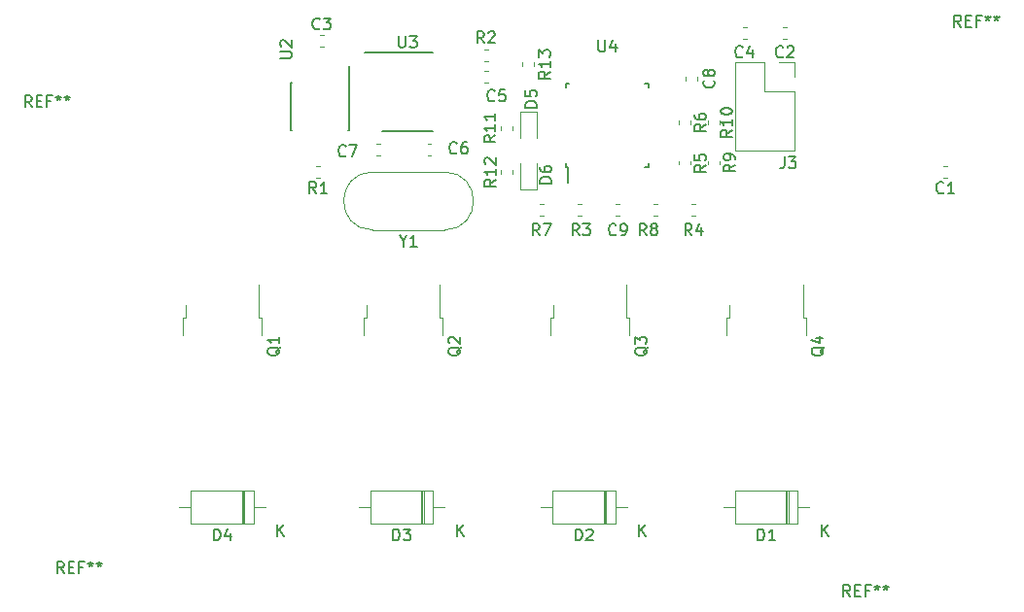
<source format=gbr>
G04 #@! TF.GenerationSoftware,KiCad,Pcbnew,(5.0.0)*
G04 #@! TF.CreationDate,2018-10-13T16:03:11-04:00*
G04 #@! TF.ProjectId,FanBoy,46616E426F792E6B696361645F706362,rev?*
G04 #@! TF.SameCoordinates,Original*
G04 #@! TF.FileFunction,Legend,Top*
G04 #@! TF.FilePolarity,Positive*
%FSLAX46Y46*%
G04 Gerber Fmt 4.6, Leading zero omitted, Abs format (unit mm)*
G04 Created by KiCad (PCBNEW (5.0.0)) date 10/13/18 16:03:11*
%MOMM*%
%LPD*%
G01*
G04 APERTURE LIST*
%ADD10C,0.150000*%
%ADD11C,0.120000*%
G04 APERTURE END LIST*
D10*
G04 #@! TO.C,U2*
X115224000Y-25992000D02*
X115174000Y-25992000D01*
X115224000Y-30142000D02*
X115079000Y-30142000D01*
X110074000Y-30142000D02*
X110219000Y-30142000D01*
X110074000Y-25992000D02*
X110219000Y-25992000D01*
X115224000Y-25992000D02*
X115224000Y-30142000D01*
X110074000Y-25992000D02*
X110074000Y-30142000D01*
X115174000Y-25992000D02*
X115174000Y-24592000D01*
G04 #@! TO.C,U4*
X134035001Y-33334999D02*
X134260001Y-33334999D01*
X134035001Y-26084999D02*
X134360001Y-26084999D01*
X141285001Y-26084999D02*
X140960001Y-26084999D01*
X141285001Y-33334999D02*
X140960001Y-33334999D01*
X134035001Y-33334999D02*
X134035001Y-33009999D01*
X141285001Y-33334999D02*
X141285001Y-33009999D01*
X141285001Y-26084999D02*
X141285001Y-26409999D01*
X134035001Y-26084999D02*
X134035001Y-26409999D01*
X134260001Y-33334999D02*
X134260001Y-34759999D01*
D11*
G04 #@! TO.C,J3*
X148784000Y-24197000D02*
X151384000Y-24197000D01*
X148784000Y-24197000D02*
X148784000Y-31937000D01*
X148784000Y-31937000D02*
X153984000Y-31937000D01*
X153984000Y-26797000D02*
X153984000Y-31937000D01*
X151384000Y-26797000D02*
X153984000Y-26797000D01*
X151384000Y-24197000D02*
X151384000Y-26797000D01*
X153984000Y-24197000D02*
X153984000Y-25527000D01*
X152654000Y-24197000D02*
X153984000Y-24197000D01*
G04 #@! TO.C,C1*
X167269279Y-34292000D02*
X166943721Y-34292000D01*
X167269279Y-33272000D02*
X166943721Y-33272000D01*
G04 #@! TO.C,C2*
X153299279Y-22227000D02*
X152973721Y-22227000D01*
X153299279Y-21207000D02*
X152973721Y-21207000D01*
G04 #@! TO.C,C3*
X112638721Y-21842000D02*
X112964279Y-21842000D01*
X112638721Y-22862000D02*
X112964279Y-22862000D01*
G04 #@! TO.C,C4*
X149468721Y-22227000D02*
X149794279Y-22227000D01*
X149468721Y-21207000D02*
X149794279Y-21207000D01*
G04 #@! TO.C,C5*
X126938721Y-26037000D02*
X127264279Y-26037000D01*
X126938721Y-25017000D02*
X127264279Y-25017000D01*
G04 #@! TO.C,C6*
X122011221Y-32387000D02*
X122336779Y-32387000D01*
X122011221Y-31367000D02*
X122336779Y-31367000D01*
G04 #@! TO.C,C7*
X117891779Y-32387000D02*
X117566221Y-32387000D01*
X117891779Y-31367000D02*
X117566221Y-31367000D01*
G04 #@! TO.C,C8*
X144524000Y-25842279D02*
X144524000Y-25516721D01*
X145544000Y-25842279D02*
X145544000Y-25516721D01*
G04 #@! TO.C,C9*
X138419721Y-37594000D02*
X138745279Y-37594000D01*
X138419721Y-36574000D02*
X138745279Y-36574000D01*
G04 #@! TO.C,D5*
X131545000Y-30797500D02*
X131545000Y-28512500D01*
X131545000Y-28512500D02*
X130075000Y-28512500D01*
X130075000Y-28512500D02*
X130075000Y-30797500D01*
G04 #@! TO.C,D6*
X131545000Y-35292500D02*
X131545000Y-33007500D01*
X130075000Y-35292500D02*
X131545000Y-35292500D01*
X130075000Y-33007500D02*
X130075000Y-35292500D01*
G04 #@! TO.C,R1*
X112659279Y-34292000D02*
X112333721Y-34292000D01*
X112659279Y-33272000D02*
X112333721Y-33272000D01*
G04 #@! TO.C,R2*
X127264279Y-24132000D02*
X126938721Y-24132000D01*
X127264279Y-23112000D02*
X126938721Y-23112000D01*
G04 #@! TO.C,R3*
X135443279Y-37594000D02*
X135117721Y-37594000D01*
X135443279Y-36574000D02*
X135117721Y-36574000D01*
G04 #@! TO.C,R4*
X145023721Y-37594000D02*
X145349279Y-37594000D01*
X145023721Y-36574000D02*
X145349279Y-36574000D01*
G04 #@! TO.C,R5*
X144909000Y-32831721D02*
X144909000Y-33157279D01*
X143889000Y-32831721D02*
X143889000Y-33157279D01*
G04 #@! TO.C,R6*
X144909000Y-29326721D02*
X144909000Y-29652279D01*
X143889000Y-29326721D02*
X143889000Y-29652279D01*
G04 #@! TO.C,R7*
X131764721Y-37594000D02*
X132090279Y-37594000D01*
X131764721Y-36574000D02*
X132090279Y-36574000D01*
G04 #@! TO.C,R8*
X141721721Y-36574000D02*
X142047279Y-36574000D01*
X141721721Y-37594000D02*
X142047279Y-37594000D01*
G04 #@! TO.C,R9*
X147449000Y-33157279D02*
X147449000Y-32831721D01*
X146429000Y-33157279D02*
X146429000Y-32831721D01*
G04 #@! TO.C,R10*
X147449000Y-29652279D02*
X147449000Y-29326721D01*
X146429000Y-29652279D02*
X146429000Y-29326721D01*
G04 #@! TO.C,R11*
X129415000Y-30160279D02*
X129415000Y-29834721D01*
X128395000Y-30160279D02*
X128395000Y-29834721D01*
G04 #@! TO.C,R12*
X129415000Y-33644721D02*
X129415000Y-33970279D01*
X128395000Y-33644721D02*
X128395000Y-33970279D01*
G04 #@! TO.C,R13*
X130300000Y-24246721D02*
X130300000Y-24572279D01*
X131320000Y-24246721D02*
X131320000Y-24572279D01*
D10*
G04 #@! TO.C,U3*
X118044000Y-30247000D02*
X122494000Y-30247000D01*
X116519000Y-23347000D02*
X122494000Y-23347000D01*
D11*
G04 #@! TO.C,Y1*
X123494000Y-38847000D02*
X117244000Y-38847000D01*
X123494000Y-33797000D02*
X117244000Y-33797000D01*
X123494000Y-33797000D02*
G75*
G02X123494000Y-38847000I0J-2525000D01*
G01*
X117244000Y-33797000D02*
G75*
G03X117244000Y-38847000I0J-2525000D01*
G01*
G04 #@! TO.C,Q1*
X107590000Y-47984000D02*
X107590000Y-46484000D01*
X107590000Y-46484000D02*
X107320000Y-46484000D01*
X107320000Y-46484000D02*
X107320000Y-43654000D01*
X100690000Y-47984000D02*
X100690000Y-46484000D01*
X100690000Y-46484000D02*
X100960000Y-46484000D01*
X100960000Y-46484000D02*
X100960000Y-45384000D01*
G04 #@! TO.C,Q2*
X116708000Y-46484000D02*
X116708000Y-45384000D01*
X116438000Y-46484000D02*
X116708000Y-46484000D01*
X116438000Y-47984000D02*
X116438000Y-46484000D01*
X123068000Y-46484000D02*
X123068000Y-43654000D01*
X123338000Y-46484000D02*
X123068000Y-46484000D01*
X123338000Y-47984000D02*
X123338000Y-46484000D01*
G04 #@! TO.C,Q3*
X139594000Y-47984000D02*
X139594000Y-46484000D01*
X139594000Y-46484000D02*
X139324000Y-46484000D01*
X139324000Y-46484000D02*
X139324000Y-43654000D01*
X132694000Y-47984000D02*
X132694000Y-46484000D01*
X132694000Y-46484000D02*
X132964000Y-46484000D01*
X132964000Y-46484000D02*
X132964000Y-45384000D01*
G04 #@! TO.C,Q4*
X148331000Y-46484000D02*
X148331000Y-45384000D01*
X148061000Y-46484000D02*
X148331000Y-46484000D01*
X148061000Y-47984000D02*
X148061000Y-46484000D01*
X154691000Y-46484000D02*
X154691000Y-43654000D01*
X154961000Y-46484000D02*
X154691000Y-46484000D01*
X154961000Y-47984000D02*
X154961000Y-46484000D01*
G04 #@! TO.C,D1*
X154231000Y-64462000D02*
X154231000Y-61522000D01*
X154231000Y-61522000D02*
X148791000Y-61522000D01*
X148791000Y-61522000D02*
X148791000Y-64462000D01*
X148791000Y-64462000D02*
X154231000Y-64462000D01*
X155251000Y-62992000D02*
X154231000Y-62992000D01*
X147771000Y-62992000D02*
X148791000Y-62992000D01*
X153331000Y-64462000D02*
X153331000Y-61522000D01*
X153211000Y-64462000D02*
X153211000Y-61522000D01*
X153451000Y-64462000D02*
X153451000Y-61522000D01*
G04 #@! TO.C,D2*
X137576000Y-64462000D02*
X137576000Y-61522000D01*
X137336000Y-64462000D02*
X137336000Y-61522000D01*
X137456000Y-64462000D02*
X137456000Y-61522000D01*
X131896000Y-62992000D02*
X132916000Y-62992000D01*
X139376000Y-62992000D02*
X138356000Y-62992000D01*
X132916000Y-64462000D02*
X138356000Y-64462000D01*
X132916000Y-61522000D02*
X132916000Y-64462000D01*
X138356000Y-61522000D02*
X132916000Y-61522000D01*
X138356000Y-64462000D02*
X138356000Y-61522000D01*
G04 #@! TO.C,D3*
X122481000Y-64462000D02*
X122481000Y-61522000D01*
X122481000Y-61522000D02*
X117041000Y-61522000D01*
X117041000Y-61522000D02*
X117041000Y-64462000D01*
X117041000Y-64462000D02*
X122481000Y-64462000D01*
X123501000Y-62992000D02*
X122481000Y-62992000D01*
X116021000Y-62992000D02*
X117041000Y-62992000D01*
X121581000Y-64462000D02*
X121581000Y-61522000D01*
X121461000Y-64462000D02*
X121461000Y-61522000D01*
X121701000Y-64462000D02*
X121701000Y-61522000D01*
G04 #@! TO.C,D4*
X106080000Y-64462000D02*
X106080000Y-61522000D01*
X105840000Y-64462000D02*
X105840000Y-61522000D01*
X105960000Y-64462000D02*
X105960000Y-61522000D01*
X100400000Y-62992000D02*
X101420000Y-62992000D01*
X107880000Y-62992000D02*
X106860000Y-62992000D01*
X101420000Y-64462000D02*
X106860000Y-64462000D01*
X101420000Y-61522000D02*
X101420000Y-64462000D01*
X106860000Y-61522000D02*
X101420000Y-61522000D01*
X106860000Y-64462000D02*
X106860000Y-61522000D01*
G04 #@! TO.C,U2*
D10*
X109180380Y-23875904D02*
X109989904Y-23875904D01*
X110085142Y-23828285D01*
X110132761Y-23780666D01*
X110180380Y-23685428D01*
X110180380Y-23494952D01*
X110132761Y-23399714D01*
X110085142Y-23352095D01*
X109989904Y-23304476D01*
X109180380Y-23304476D01*
X109275619Y-22875904D02*
X109228000Y-22828285D01*
X109180380Y-22733047D01*
X109180380Y-22494952D01*
X109228000Y-22399714D01*
X109275619Y-22352095D01*
X109370857Y-22304476D01*
X109466095Y-22304476D01*
X109608952Y-22352095D01*
X110180380Y-22923523D01*
X110180380Y-22304476D01*
G04 #@! TO.C,REF\002A\002A*
X158813666Y-70801380D02*
X158480333Y-70325190D01*
X158242238Y-70801380D02*
X158242238Y-69801380D01*
X158623190Y-69801380D01*
X158718428Y-69849000D01*
X158766047Y-69896619D01*
X158813666Y-69991857D01*
X158813666Y-70134714D01*
X158766047Y-70229952D01*
X158718428Y-70277571D01*
X158623190Y-70325190D01*
X158242238Y-70325190D01*
X159242238Y-70277571D02*
X159575571Y-70277571D01*
X159718428Y-70801380D02*
X159242238Y-70801380D01*
X159242238Y-69801380D01*
X159718428Y-69801380D01*
X160480333Y-70277571D02*
X160147000Y-70277571D01*
X160147000Y-70801380D02*
X160147000Y-69801380D01*
X160623190Y-69801380D01*
X161147000Y-69801380D02*
X161147000Y-70039476D01*
X160908904Y-69944238D02*
X161147000Y-70039476D01*
X161385095Y-69944238D01*
X161004142Y-70229952D02*
X161147000Y-70039476D01*
X161289857Y-70229952D01*
X161908904Y-69801380D02*
X161908904Y-70039476D01*
X161670809Y-69944238D02*
X161908904Y-70039476D01*
X162147000Y-69944238D01*
X161766047Y-70229952D02*
X161908904Y-70039476D01*
X162051761Y-70229952D01*
X90360666Y-68769380D02*
X90027333Y-68293190D01*
X89789238Y-68769380D02*
X89789238Y-67769380D01*
X90170190Y-67769380D01*
X90265428Y-67817000D01*
X90313047Y-67864619D01*
X90360666Y-67959857D01*
X90360666Y-68102714D01*
X90313047Y-68197952D01*
X90265428Y-68245571D01*
X90170190Y-68293190D01*
X89789238Y-68293190D01*
X90789238Y-68245571D02*
X91122571Y-68245571D01*
X91265428Y-68769380D02*
X90789238Y-68769380D01*
X90789238Y-67769380D01*
X91265428Y-67769380D01*
X92027333Y-68245571D02*
X91694000Y-68245571D01*
X91694000Y-68769380D02*
X91694000Y-67769380D01*
X92170190Y-67769380D01*
X92694000Y-67769380D02*
X92694000Y-68007476D01*
X92455904Y-67912238D02*
X92694000Y-68007476D01*
X92932095Y-67912238D01*
X92551142Y-68197952D02*
X92694000Y-68007476D01*
X92836857Y-68197952D01*
X93455904Y-67769380D02*
X93455904Y-68007476D01*
X93217809Y-67912238D02*
X93455904Y-68007476D01*
X93694000Y-67912238D01*
X93313047Y-68197952D02*
X93455904Y-68007476D01*
X93598761Y-68197952D01*
X87566666Y-28138380D02*
X87233333Y-27662190D01*
X86995238Y-28138380D02*
X86995238Y-27138380D01*
X87376190Y-27138380D01*
X87471428Y-27186000D01*
X87519047Y-27233619D01*
X87566666Y-27328857D01*
X87566666Y-27471714D01*
X87519047Y-27566952D01*
X87471428Y-27614571D01*
X87376190Y-27662190D01*
X86995238Y-27662190D01*
X87995238Y-27614571D02*
X88328571Y-27614571D01*
X88471428Y-28138380D02*
X87995238Y-28138380D01*
X87995238Y-27138380D01*
X88471428Y-27138380D01*
X89233333Y-27614571D02*
X88900000Y-27614571D01*
X88900000Y-28138380D02*
X88900000Y-27138380D01*
X89376190Y-27138380D01*
X89900000Y-27138380D02*
X89900000Y-27376476D01*
X89661904Y-27281238D02*
X89900000Y-27376476D01*
X90138095Y-27281238D01*
X89757142Y-27566952D02*
X89900000Y-27376476D01*
X90042857Y-27566952D01*
X90661904Y-27138380D02*
X90661904Y-27376476D01*
X90423809Y-27281238D02*
X90661904Y-27376476D01*
X90900000Y-27281238D01*
X90519047Y-27566952D02*
X90661904Y-27376476D01*
X90804761Y-27566952D01*
G04 #@! TO.C,U4*
X136906095Y-22312380D02*
X136906095Y-23121904D01*
X136953714Y-23217142D01*
X137001333Y-23264761D01*
X137096571Y-23312380D01*
X137287047Y-23312380D01*
X137382285Y-23264761D01*
X137429904Y-23217142D01*
X137477523Y-23121904D01*
X137477523Y-22312380D01*
X138382285Y-22645714D02*
X138382285Y-23312380D01*
X138144190Y-22264761D02*
X137906095Y-22979047D01*
X138525142Y-22979047D01*
G04 #@! TO.C,J3*
X153082666Y-32472380D02*
X153082666Y-33186666D01*
X153035047Y-33329523D01*
X152939809Y-33424761D01*
X152796952Y-33472380D01*
X152701714Y-33472380D01*
X153463619Y-32472380D02*
X154082666Y-32472380D01*
X153749333Y-32853333D01*
X153892190Y-32853333D01*
X153987428Y-32900952D01*
X154035047Y-32948571D01*
X154082666Y-33043809D01*
X154082666Y-33281904D01*
X154035047Y-33377142D01*
X153987428Y-33424761D01*
X153892190Y-33472380D01*
X153606476Y-33472380D01*
X153511238Y-33424761D01*
X153463619Y-33377142D01*
G04 #@! TO.C,C1*
X166939833Y-35569142D02*
X166892214Y-35616761D01*
X166749357Y-35664380D01*
X166654119Y-35664380D01*
X166511261Y-35616761D01*
X166416023Y-35521523D01*
X166368404Y-35426285D01*
X166320785Y-35235809D01*
X166320785Y-35092952D01*
X166368404Y-34902476D01*
X166416023Y-34807238D01*
X166511261Y-34712000D01*
X166654119Y-34664380D01*
X166749357Y-34664380D01*
X166892214Y-34712000D01*
X166939833Y-34759619D01*
X167892214Y-35664380D02*
X167320785Y-35664380D01*
X167606500Y-35664380D02*
X167606500Y-34664380D01*
X167511261Y-34807238D01*
X167416023Y-34902476D01*
X167320785Y-34950095D01*
G04 #@! TO.C,C2*
X152969833Y-23725142D02*
X152922214Y-23772761D01*
X152779357Y-23820380D01*
X152684119Y-23820380D01*
X152541261Y-23772761D01*
X152446023Y-23677523D01*
X152398404Y-23582285D01*
X152350785Y-23391809D01*
X152350785Y-23248952D01*
X152398404Y-23058476D01*
X152446023Y-22963238D01*
X152541261Y-22868000D01*
X152684119Y-22820380D01*
X152779357Y-22820380D01*
X152922214Y-22868000D01*
X152969833Y-22915619D01*
X153350785Y-22915619D02*
X153398404Y-22868000D01*
X153493642Y-22820380D01*
X153731738Y-22820380D01*
X153826976Y-22868000D01*
X153874595Y-22915619D01*
X153922214Y-23010857D01*
X153922214Y-23106095D01*
X153874595Y-23248952D01*
X153303166Y-23820380D01*
X153922214Y-23820380D01*
G04 #@! TO.C,C3*
X112634833Y-21279142D02*
X112587214Y-21326761D01*
X112444357Y-21374380D01*
X112349119Y-21374380D01*
X112206261Y-21326761D01*
X112111023Y-21231523D01*
X112063404Y-21136285D01*
X112015785Y-20945809D01*
X112015785Y-20802952D01*
X112063404Y-20612476D01*
X112111023Y-20517238D01*
X112206261Y-20422000D01*
X112349119Y-20374380D01*
X112444357Y-20374380D01*
X112587214Y-20422000D01*
X112634833Y-20469619D01*
X112968166Y-20374380D02*
X113587214Y-20374380D01*
X113253880Y-20755333D01*
X113396738Y-20755333D01*
X113491976Y-20802952D01*
X113539595Y-20850571D01*
X113587214Y-20945809D01*
X113587214Y-21183904D01*
X113539595Y-21279142D01*
X113491976Y-21326761D01*
X113396738Y-21374380D01*
X113111023Y-21374380D01*
X113015785Y-21326761D01*
X112968166Y-21279142D01*
G04 #@! TO.C,C4*
X149439333Y-23725142D02*
X149391714Y-23772761D01*
X149248857Y-23820380D01*
X149153619Y-23820380D01*
X149010761Y-23772761D01*
X148915523Y-23677523D01*
X148867904Y-23582285D01*
X148820285Y-23391809D01*
X148820285Y-23248952D01*
X148867904Y-23058476D01*
X148915523Y-22963238D01*
X149010761Y-22868000D01*
X149153619Y-22820380D01*
X149248857Y-22820380D01*
X149391714Y-22868000D01*
X149439333Y-22915619D01*
X150296476Y-23153714D02*
X150296476Y-23820380D01*
X150058380Y-22772761D02*
X149820285Y-23487047D01*
X150439333Y-23487047D01*
G04 #@! TO.C,C5*
X127849333Y-27535142D02*
X127801714Y-27582761D01*
X127658857Y-27630380D01*
X127563619Y-27630380D01*
X127420761Y-27582761D01*
X127325523Y-27487523D01*
X127277904Y-27392285D01*
X127230285Y-27201809D01*
X127230285Y-27058952D01*
X127277904Y-26868476D01*
X127325523Y-26773238D01*
X127420761Y-26678000D01*
X127563619Y-26630380D01*
X127658857Y-26630380D01*
X127801714Y-26678000D01*
X127849333Y-26725619D01*
X128754095Y-26630380D02*
X128277904Y-26630380D01*
X128230285Y-27106571D01*
X128277904Y-27058952D01*
X128373142Y-27011333D01*
X128611238Y-27011333D01*
X128706476Y-27058952D01*
X128754095Y-27106571D01*
X128801714Y-27201809D01*
X128801714Y-27439904D01*
X128754095Y-27535142D01*
X128706476Y-27582761D01*
X128611238Y-27630380D01*
X128373142Y-27630380D01*
X128277904Y-27582761D01*
X128230285Y-27535142D01*
G04 #@! TO.C,C6*
X124547333Y-32107142D02*
X124499714Y-32154761D01*
X124356857Y-32202380D01*
X124261619Y-32202380D01*
X124118761Y-32154761D01*
X124023523Y-32059523D01*
X123975904Y-31964285D01*
X123928285Y-31773809D01*
X123928285Y-31630952D01*
X123975904Y-31440476D01*
X124023523Y-31345238D01*
X124118761Y-31250000D01*
X124261619Y-31202380D01*
X124356857Y-31202380D01*
X124499714Y-31250000D01*
X124547333Y-31297619D01*
X125404476Y-31202380D02*
X125214000Y-31202380D01*
X125118761Y-31250000D01*
X125071142Y-31297619D01*
X124975904Y-31440476D01*
X124928285Y-31630952D01*
X124928285Y-32011904D01*
X124975904Y-32107142D01*
X125023523Y-32154761D01*
X125118761Y-32202380D01*
X125309238Y-32202380D01*
X125404476Y-32154761D01*
X125452095Y-32107142D01*
X125499714Y-32011904D01*
X125499714Y-31773809D01*
X125452095Y-31678571D01*
X125404476Y-31630952D01*
X125309238Y-31583333D01*
X125118761Y-31583333D01*
X125023523Y-31630952D01*
X124975904Y-31678571D01*
X124928285Y-31773809D01*
G04 #@! TO.C,C7*
X114895333Y-32361142D02*
X114847714Y-32408761D01*
X114704857Y-32456380D01*
X114609619Y-32456380D01*
X114466761Y-32408761D01*
X114371523Y-32313523D01*
X114323904Y-32218285D01*
X114276285Y-32027809D01*
X114276285Y-31884952D01*
X114323904Y-31694476D01*
X114371523Y-31599238D01*
X114466761Y-31504000D01*
X114609619Y-31456380D01*
X114704857Y-31456380D01*
X114847714Y-31504000D01*
X114895333Y-31551619D01*
X115228666Y-31456380D02*
X115895333Y-31456380D01*
X115466761Y-32456380D01*
G04 #@! TO.C,C8*
X146915142Y-25820666D02*
X146962761Y-25868285D01*
X147010380Y-26011142D01*
X147010380Y-26106380D01*
X146962761Y-26249238D01*
X146867523Y-26344476D01*
X146772285Y-26392095D01*
X146581809Y-26439714D01*
X146438952Y-26439714D01*
X146248476Y-26392095D01*
X146153238Y-26344476D01*
X146058000Y-26249238D01*
X146010380Y-26106380D01*
X146010380Y-26011142D01*
X146058000Y-25868285D01*
X146105619Y-25820666D01*
X146438952Y-25249238D02*
X146391333Y-25344476D01*
X146343714Y-25392095D01*
X146248476Y-25439714D01*
X146200857Y-25439714D01*
X146105619Y-25392095D01*
X146058000Y-25344476D01*
X146010380Y-25249238D01*
X146010380Y-25058761D01*
X146058000Y-24963523D01*
X146105619Y-24915904D01*
X146200857Y-24868285D01*
X146248476Y-24868285D01*
X146343714Y-24915904D01*
X146391333Y-24963523D01*
X146438952Y-25058761D01*
X146438952Y-25249238D01*
X146486571Y-25344476D01*
X146534190Y-25392095D01*
X146629428Y-25439714D01*
X146819904Y-25439714D01*
X146915142Y-25392095D01*
X146962761Y-25344476D01*
X147010380Y-25249238D01*
X147010380Y-25058761D01*
X146962761Y-24963523D01*
X146915142Y-24915904D01*
X146819904Y-24868285D01*
X146629428Y-24868285D01*
X146534190Y-24915904D01*
X146486571Y-24963523D01*
X146438952Y-25058761D01*
G04 #@! TO.C,C9*
X138415833Y-39219142D02*
X138368214Y-39266761D01*
X138225357Y-39314380D01*
X138130119Y-39314380D01*
X137987261Y-39266761D01*
X137892023Y-39171523D01*
X137844404Y-39076285D01*
X137796785Y-38885809D01*
X137796785Y-38742952D01*
X137844404Y-38552476D01*
X137892023Y-38457238D01*
X137987261Y-38362000D01*
X138130119Y-38314380D01*
X138225357Y-38314380D01*
X138368214Y-38362000D01*
X138415833Y-38409619D01*
X138892023Y-39314380D02*
X139082500Y-39314380D01*
X139177738Y-39266761D01*
X139225357Y-39219142D01*
X139320595Y-39076285D01*
X139368214Y-38885809D01*
X139368214Y-38504857D01*
X139320595Y-38409619D01*
X139272976Y-38362000D01*
X139177738Y-38314380D01*
X138987261Y-38314380D01*
X138892023Y-38362000D01*
X138844404Y-38409619D01*
X138796785Y-38504857D01*
X138796785Y-38742952D01*
X138844404Y-38838190D01*
X138892023Y-38885809D01*
X138987261Y-38933428D01*
X139177738Y-38933428D01*
X139272976Y-38885809D01*
X139320595Y-38838190D01*
X139368214Y-38742952D01*
G04 #@! TO.C,D5*
X131516380Y-28170095D02*
X130516380Y-28170095D01*
X130516380Y-27932000D01*
X130564000Y-27789142D01*
X130659238Y-27693904D01*
X130754476Y-27646285D01*
X130944952Y-27598666D01*
X131087809Y-27598666D01*
X131278285Y-27646285D01*
X131373523Y-27693904D01*
X131468761Y-27789142D01*
X131516380Y-27932000D01*
X131516380Y-28170095D01*
X130516380Y-26693904D02*
X130516380Y-27170095D01*
X130992571Y-27217714D01*
X130944952Y-27170095D01*
X130897333Y-27074857D01*
X130897333Y-26836761D01*
X130944952Y-26741523D01*
X130992571Y-26693904D01*
X131087809Y-26646285D01*
X131325904Y-26646285D01*
X131421142Y-26693904D01*
X131468761Y-26741523D01*
X131516380Y-26836761D01*
X131516380Y-27074857D01*
X131468761Y-27170095D01*
X131421142Y-27217714D01*
G04 #@! TO.C,D6*
X132786380Y-34774095D02*
X131786380Y-34774095D01*
X131786380Y-34536000D01*
X131834000Y-34393142D01*
X131929238Y-34297904D01*
X132024476Y-34250285D01*
X132214952Y-34202666D01*
X132357809Y-34202666D01*
X132548285Y-34250285D01*
X132643523Y-34297904D01*
X132738761Y-34393142D01*
X132786380Y-34536000D01*
X132786380Y-34774095D01*
X131786380Y-33345523D02*
X131786380Y-33536000D01*
X131834000Y-33631238D01*
X131881619Y-33678857D01*
X132024476Y-33774095D01*
X132214952Y-33821714D01*
X132595904Y-33821714D01*
X132691142Y-33774095D01*
X132738761Y-33726476D01*
X132786380Y-33631238D01*
X132786380Y-33440761D01*
X132738761Y-33345523D01*
X132691142Y-33297904D01*
X132595904Y-33250285D01*
X132357809Y-33250285D01*
X132262571Y-33297904D01*
X132214952Y-33345523D01*
X132167333Y-33440761D01*
X132167333Y-33631238D01*
X132214952Y-33726476D01*
X132262571Y-33774095D01*
X132357809Y-33821714D01*
G04 #@! TO.C,R1*
X112329833Y-35664380D02*
X111996500Y-35188190D01*
X111758404Y-35664380D02*
X111758404Y-34664380D01*
X112139357Y-34664380D01*
X112234595Y-34712000D01*
X112282214Y-34759619D01*
X112329833Y-34854857D01*
X112329833Y-34997714D01*
X112282214Y-35092952D01*
X112234595Y-35140571D01*
X112139357Y-35188190D01*
X111758404Y-35188190D01*
X113282214Y-35664380D02*
X112710785Y-35664380D01*
X112996500Y-35664380D02*
X112996500Y-34664380D01*
X112901261Y-34807238D01*
X112806023Y-34902476D01*
X112710785Y-34950095D01*
G04 #@! TO.C,R2*
X126934833Y-22550380D02*
X126601500Y-22074190D01*
X126363404Y-22550380D02*
X126363404Y-21550380D01*
X126744357Y-21550380D01*
X126839595Y-21598000D01*
X126887214Y-21645619D01*
X126934833Y-21740857D01*
X126934833Y-21883714D01*
X126887214Y-21978952D01*
X126839595Y-22026571D01*
X126744357Y-22074190D01*
X126363404Y-22074190D01*
X127315785Y-21645619D02*
X127363404Y-21598000D01*
X127458642Y-21550380D01*
X127696738Y-21550380D01*
X127791976Y-21598000D01*
X127839595Y-21645619D01*
X127887214Y-21740857D01*
X127887214Y-21836095D01*
X127839595Y-21978952D01*
X127268166Y-22550380D01*
X127887214Y-22550380D01*
G04 #@! TO.C,R3*
X135215333Y-39314380D02*
X134882000Y-38838190D01*
X134643904Y-39314380D02*
X134643904Y-38314380D01*
X135024857Y-38314380D01*
X135120095Y-38362000D01*
X135167714Y-38409619D01*
X135215333Y-38504857D01*
X135215333Y-38647714D01*
X135167714Y-38742952D01*
X135120095Y-38790571D01*
X135024857Y-38838190D01*
X134643904Y-38838190D01*
X135548666Y-38314380D02*
X136167714Y-38314380D01*
X135834380Y-38695333D01*
X135977238Y-38695333D01*
X136072476Y-38742952D01*
X136120095Y-38790571D01*
X136167714Y-38885809D01*
X136167714Y-39123904D01*
X136120095Y-39219142D01*
X136072476Y-39266761D01*
X135977238Y-39314380D01*
X135691523Y-39314380D01*
X135596285Y-39266761D01*
X135548666Y-39219142D01*
G04 #@! TO.C,R4*
X145019833Y-39314380D02*
X144686500Y-38838190D01*
X144448404Y-39314380D02*
X144448404Y-38314380D01*
X144829357Y-38314380D01*
X144924595Y-38362000D01*
X144972214Y-38409619D01*
X145019833Y-38504857D01*
X145019833Y-38647714D01*
X144972214Y-38742952D01*
X144924595Y-38790571D01*
X144829357Y-38838190D01*
X144448404Y-38838190D01*
X145876976Y-38647714D02*
X145876976Y-39314380D01*
X145638880Y-38266761D02*
X145400785Y-38981047D01*
X146019833Y-38981047D01*
G04 #@! TO.C,R5*
X146248380Y-33186666D02*
X145772190Y-33520000D01*
X146248380Y-33758095D02*
X145248380Y-33758095D01*
X145248380Y-33377142D01*
X145296000Y-33281904D01*
X145343619Y-33234285D01*
X145438857Y-33186666D01*
X145581714Y-33186666D01*
X145676952Y-33234285D01*
X145724571Y-33281904D01*
X145772190Y-33377142D01*
X145772190Y-33758095D01*
X145248380Y-32281904D02*
X145248380Y-32758095D01*
X145724571Y-32805714D01*
X145676952Y-32758095D01*
X145629333Y-32662857D01*
X145629333Y-32424761D01*
X145676952Y-32329523D01*
X145724571Y-32281904D01*
X145819809Y-32234285D01*
X146057904Y-32234285D01*
X146153142Y-32281904D01*
X146200761Y-32329523D01*
X146248380Y-32424761D01*
X146248380Y-32662857D01*
X146200761Y-32758095D01*
X146153142Y-32805714D01*
G04 #@! TO.C,R6*
X146248380Y-29630666D02*
X145772190Y-29964000D01*
X146248380Y-30202095D02*
X145248380Y-30202095D01*
X145248380Y-29821142D01*
X145296000Y-29725904D01*
X145343619Y-29678285D01*
X145438857Y-29630666D01*
X145581714Y-29630666D01*
X145676952Y-29678285D01*
X145724571Y-29725904D01*
X145772190Y-29821142D01*
X145772190Y-30202095D01*
X145248380Y-28773523D02*
X145248380Y-28964000D01*
X145296000Y-29059238D01*
X145343619Y-29106857D01*
X145486476Y-29202095D01*
X145676952Y-29249714D01*
X146057904Y-29249714D01*
X146153142Y-29202095D01*
X146200761Y-29154476D01*
X146248380Y-29059238D01*
X146248380Y-28868761D01*
X146200761Y-28773523D01*
X146153142Y-28725904D01*
X146057904Y-28678285D01*
X145819809Y-28678285D01*
X145724571Y-28725904D01*
X145676952Y-28773523D01*
X145629333Y-28868761D01*
X145629333Y-29059238D01*
X145676952Y-29154476D01*
X145724571Y-29202095D01*
X145819809Y-29249714D01*
G04 #@! TO.C,R7*
X131760833Y-39314380D02*
X131427500Y-38838190D01*
X131189404Y-39314380D02*
X131189404Y-38314380D01*
X131570357Y-38314380D01*
X131665595Y-38362000D01*
X131713214Y-38409619D01*
X131760833Y-38504857D01*
X131760833Y-38647714D01*
X131713214Y-38742952D01*
X131665595Y-38790571D01*
X131570357Y-38838190D01*
X131189404Y-38838190D01*
X132094166Y-38314380D02*
X132760833Y-38314380D01*
X132332261Y-39314380D01*
G04 #@! TO.C,R8*
X141057333Y-39314380D02*
X140724000Y-38838190D01*
X140485904Y-39314380D02*
X140485904Y-38314380D01*
X140866857Y-38314380D01*
X140962095Y-38362000D01*
X141009714Y-38409619D01*
X141057333Y-38504857D01*
X141057333Y-38647714D01*
X141009714Y-38742952D01*
X140962095Y-38790571D01*
X140866857Y-38838190D01*
X140485904Y-38838190D01*
X141628761Y-38742952D02*
X141533523Y-38695333D01*
X141485904Y-38647714D01*
X141438285Y-38552476D01*
X141438285Y-38504857D01*
X141485904Y-38409619D01*
X141533523Y-38362000D01*
X141628761Y-38314380D01*
X141819238Y-38314380D01*
X141914476Y-38362000D01*
X141962095Y-38409619D01*
X142009714Y-38504857D01*
X142009714Y-38552476D01*
X141962095Y-38647714D01*
X141914476Y-38695333D01*
X141819238Y-38742952D01*
X141628761Y-38742952D01*
X141533523Y-38790571D01*
X141485904Y-38838190D01*
X141438285Y-38933428D01*
X141438285Y-39123904D01*
X141485904Y-39219142D01*
X141533523Y-39266761D01*
X141628761Y-39314380D01*
X141819238Y-39314380D01*
X141914476Y-39266761D01*
X141962095Y-39219142D01*
X142009714Y-39123904D01*
X142009714Y-38933428D01*
X141962095Y-38838190D01*
X141914476Y-38790571D01*
X141819238Y-38742952D01*
G04 #@! TO.C,R9*
X148788380Y-33161166D02*
X148312190Y-33494500D01*
X148788380Y-33732595D02*
X147788380Y-33732595D01*
X147788380Y-33351642D01*
X147836000Y-33256404D01*
X147883619Y-33208785D01*
X147978857Y-33161166D01*
X148121714Y-33161166D01*
X148216952Y-33208785D01*
X148264571Y-33256404D01*
X148312190Y-33351642D01*
X148312190Y-33732595D01*
X148788380Y-32684976D02*
X148788380Y-32494500D01*
X148740761Y-32399261D01*
X148693142Y-32351642D01*
X148550285Y-32256404D01*
X148359809Y-32208785D01*
X147978857Y-32208785D01*
X147883619Y-32256404D01*
X147836000Y-32304023D01*
X147788380Y-32399261D01*
X147788380Y-32589738D01*
X147836000Y-32684976D01*
X147883619Y-32732595D01*
X147978857Y-32780214D01*
X148216952Y-32780214D01*
X148312190Y-32732595D01*
X148359809Y-32684976D01*
X148407428Y-32589738D01*
X148407428Y-32399261D01*
X148359809Y-32304023D01*
X148312190Y-32256404D01*
X148216952Y-32208785D01*
G04 #@! TO.C,R10*
X148534380Y-30132357D02*
X148058190Y-30465690D01*
X148534380Y-30703785D02*
X147534380Y-30703785D01*
X147534380Y-30322833D01*
X147582000Y-30227595D01*
X147629619Y-30179976D01*
X147724857Y-30132357D01*
X147867714Y-30132357D01*
X147962952Y-30179976D01*
X148010571Y-30227595D01*
X148058190Y-30322833D01*
X148058190Y-30703785D01*
X148534380Y-29179976D02*
X148534380Y-29751404D01*
X148534380Y-29465690D02*
X147534380Y-29465690D01*
X147677238Y-29560928D01*
X147772476Y-29656166D01*
X147820095Y-29751404D01*
X147534380Y-28560928D02*
X147534380Y-28465690D01*
X147582000Y-28370452D01*
X147629619Y-28322833D01*
X147724857Y-28275214D01*
X147915333Y-28227595D01*
X148153428Y-28227595D01*
X148343904Y-28275214D01*
X148439142Y-28322833D01*
X148486761Y-28370452D01*
X148534380Y-28465690D01*
X148534380Y-28560928D01*
X148486761Y-28656166D01*
X148439142Y-28703785D01*
X148343904Y-28751404D01*
X148153428Y-28799023D01*
X147915333Y-28799023D01*
X147724857Y-28751404D01*
X147629619Y-28703785D01*
X147582000Y-28656166D01*
X147534380Y-28560928D01*
G04 #@! TO.C,R11*
X127927380Y-30614857D02*
X127451190Y-30948190D01*
X127927380Y-31186285D02*
X126927380Y-31186285D01*
X126927380Y-30805333D01*
X126975000Y-30710095D01*
X127022619Y-30662476D01*
X127117857Y-30614857D01*
X127260714Y-30614857D01*
X127355952Y-30662476D01*
X127403571Y-30710095D01*
X127451190Y-30805333D01*
X127451190Y-31186285D01*
X127927380Y-29662476D02*
X127927380Y-30233904D01*
X127927380Y-29948190D02*
X126927380Y-29948190D01*
X127070238Y-30043428D01*
X127165476Y-30138666D01*
X127213095Y-30233904D01*
X127927380Y-28710095D02*
X127927380Y-29281523D01*
X127927380Y-28995809D02*
X126927380Y-28995809D01*
X127070238Y-29091047D01*
X127165476Y-29186285D01*
X127213095Y-29281523D01*
G04 #@! TO.C,R12*
X127960380Y-34450357D02*
X127484190Y-34783690D01*
X127960380Y-35021785D02*
X126960380Y-35021785D01*
X126960380Y-34640833D01*
X127008000Y-34545595D01*
X127055619Y-34497976D01*
X127150857Y-34450357D01*
X127293714Y-34450357D01*
X127388952Y-34497976D01*
X127436571Y-34545595D01*
X127484190Y-34640833D01*
X127484190Y-35021785D01*
X127960380Y-33497976D02*
X127960380Y-34069404D01*
X127960380Y-33783690D02*
X126960380Y-33783690D01*
X127103238Y-33878928D01*
X127198476Y-33974166D01*
X127246095Y-34069404D01*
X127055619Y-33117023D02*
X127008000Y-33069404D01*
X126960380Y-32974166D01*
X126960380Y-32736071D01*
X127008000Y-32640833D01*
X127055619Y-32593214D01*
X127150857Y-32545595D01*
X127246095Y-32545595D01*
X127388952Y-32593214D01*
X127960380Y-33164642D01*
X127960380Y-32545595D01*
G04 #@! TO.C,R13*
X132692380Y-25052357D02*
X132216190Y-25385690D01*
X132692380Y-25623785D02*
X131692380Y-25623785D01*
X131692380Y-25242833D01*
X131740000Y-25147595D01*
X131787619Y-25099976D01*
X131882857Y-25052357D01*
X132025714Y-25052357D01*
X132120952Y-25099976D01*
X132168571Y-25147595D01*
X132216190Y-25242833D01*
X132216190Y-25623785D01*
X132692380Y-24099976D02*
X132692380Y-24671404D01*
X132692380Y-24385690D02*
X131692380Y-24385690D01*
X131835238Y-24480928D01*
X131930476Y-24576166D01*
X131978095Y-24671404D01*
X131692380Y-23766642D02*
X131692380Y-23147595D01*
X132073333Y-23480928D01*
X132073333Y-23338071D01*
X132120952Y-23242833D01*
X132168571Y-23195214D01*
X132263809Y-23147595D01*
X132501904Y-23147595D01*
X132597142Y-23195214D01*
X132644761Y-23242833D01*
X132692380Y-23338071D01*
X132692380Y-23623785D01*
X132644761Y-23719023D01*
X132597142Y-23766642D01*
G04 #@! TO.C,U3*
X119507095Y-21949380D02*
X119507095Y-22758904D01*
X119554714Y-22854142D01*
X119602333Y-22901761D01*
X119697571Y-22949380D01*
X119888047Y-22949380D01*
X119983285Y-22901761D01*
X120030904Y-22854142D01*
X120078523Y-22758904D01*
X120078523Y-21949380D01*
X120459476Y-21949380D02*
X121078523Y-21949380D01*
X120745190Y-22330333D01*
X120888047Y-22330333D01*
X120983285Y-22377952D01*
X121030904Y-22425571D01*
X121078523Y-22520809D01*
X121078523Y-22758904D01*
X121030904Y-22854142D01*
X120983285Y-22901761D01*
X120888047Y-22949380D01*
X120602333Y-22949380D01*
X120507095Y-22901761D01*
X120459476Y-22854142D01*
G04 #@! TO.C,Y1*
X119892809Y-39823190D02*
X119892809Y-40299380D01*
X119559476Y-39299380D02*
X119892809Y-39823190D01*
X120226142Y-39299380D01*
X121083285Y-40299380D02*
X120511857Y-40299380D01*
X120797571Y-40299380D02*
X120797571Y-39299380D01*
X120702333Y-39442238D01*
X120607095Y-39537476D01*
X120511857Y-39585095D01*
G04 #@! TO.C,Q1*
X109187619Y-49049238D02*
X109140000Y-49144476D01*
X109044761Y-49239714D01*
X108901904Y-49382571D01*
X108854285Y-49477809D01*
X108854285Y-49573047D01*
X109092380Y-49525428D02*
X109044761Y-49620666D01*
X108949523Y-49715904D01*
X108759047Y-49763523D01*
X108425714Y-49763523D01*
X108235238Y-49715904D01*
X108140000Y-49620666D01*
X108092380Y-49525428D01*
X108092380Y-49334952D01*
X108140000Y-49239714D01*
X108235238Y-49144476D01*
X108425714Y-49096857D01*
X108759047Y-49096857D01*
X108949523Y-49144476D01*
X109044761Y-49239714D01*
X109092380Y-49334952D01*
X109092380Y-49525428D01*
X109092380Y-48144476D02*
X109092380Y-48715904D01*
X109092380Y-48430190D02*
X108092380Y-48430190D01*
X108235238Y-48525428D01*
X108330476Y-48620666D01*
X108378095Y-48715904D01*
G04 #@! TO.C,Q2*
X124935619Y-49049238D02*
X124888000Y-49144476D01*
X124792761Y-49239714D01*
X124649904Y-49382571D01*
X124602285Y-49477809D01*
X124602285Y-49573047D01*
X124840380Y-49525428D02*
X124792761Y-49620666D01*
X124697523Y-49715904D01*
X124507047Y-49763523D01*
X124173714Y-49763523D01*
X123983238Y-49715904D01*
X123888000Y-49620666D01*
X123840380Y-49525428D01*
X123840380Y-49334952D01*
X123888000Y-49239714D01*
X123983238Y-49144476D01*
X124173714Y-49096857D01*
X124507047Y-49096857D01*
X124697523Y-49144476D01*
X124792761Y-49239714D01*
X124840380Y-49334952D01*
X124840380Y-49525428D01*
X123935619Y-48715904D02*
X123888000Y-48668285D01*
X123840380Y-48573047D01*
X123840380Y-48334952D01*
X123888000Y-48239714D01*
X123935619Y-48192095D01*
X124030857Y-48144476D01*
X124126095Y-48144476D01*
X124268952Y-48192095D01*
X124840380Y-48763523D01*
X124840380Y-48144476D01*
G04 #@! TO.C,Q3*
X141191619Y-49049238D02*
X141144000Y-49144476D01*
X141048761Y-49239714D01*
X140905904Y-49382571D01*
X140858285Y-49477809D01*
X140858285Y-49573047D01*
X141096380Y-49525428D02*
X141048761Y-49620666D01*
X140953523Y-49715904D01*
X140763047Y-49763523D01*
X140429714Y-49763523D01*
X140239238Y-49715904D01*
X140144000Y-49620666D01*
X140096380Y-49525428D01*
X140096380Y-49334952D01*
X140144000Y-49239714D01*
X140239238Y-49144476D01*
X140429714Y-49096857D01*
X140763047Y-49096857D01*
X140953523Y-49144476D01*
X141048761Y-49239714D01*
X141096380Y-49334952D01*
X141096380Y-49525428D01*
X140096380Y-48763523D02*
X140096380Y-48144476D01*
X140477333Y-48477809D01*
X140477333Y-48334952D01*
X140524952Y-48239714D01*
X140572571Y-48192095D01*
X140667809Y-48144476D01*
X140905904Y-48144476D01*
X141001142Y-48192095D01*
X141048761Y-48239714D01*
X141096380Y-48334952D01*
X141096380Y-48620666D01*
X141048761Y-48715904D01*
X141001142Y-48763523D01*
G04 #@! TO.C,Q4*
X156558619Y-49049238D02*
X156511000Y-49144476D01*
X156415761Y-49239714D01*
X156272904Y-49382571D01*
X156225285Y-49477809D01*
X156225285Y-49573047D01*
X156463380Y-49525428D02*
X156415761Y-49620666D01*
X156320523Y-49715904D01*
X156130047Y-49763523D01*
X155796714Y-49763523D01*
X155606238Y-49715904D01*
X155511000Y-49620666D01*
X155463380Y-49525428D01*
X155463380Y-49334952D01*
X155511000Y-49239714D01*
X155606238Y-49144476D01*
X155796714Y-49096857D01*
X156130047Y-49096857D01*
X156320523Y-49144476D01*
X156415761Y-49239714D01*
X156463380Y-49334952D01*
X156463380Y-49525428D01*
X155796714Y-48239714D02*
X156463380Y-48239714D01*
X155415761Y-48477809D02*
X156130047Y-48715904D01*
X156130047Y-48096857D01*
G04 #@! TO.C,D1*
X150772904Y-65914380D02*
X150772904Y-64914380D01*
X151011000Y-64914380D01*
X151153857Y-64962000D01*
X151249095Y-65057238D01*
X151296714Y-65152476D01*
X151344333Y-65342952D01*
X151344333Y-65485809D01*
X151296714Y-65676285D01*
X151249095Y-65771523D01*
X151153857Y-65866761D01*
X151011000Y-65914380D01*
X150772904Y-65914380D01*
X152296714Y-65914380D02*
X151725285Y-65914380D01*
X152011000Y-65914380D02*
X152011000Y-64914380D01*
X151915761Y-65057238D01*
X151820523Y-65152476D01*
X151725285Y-65200095D01*
X156329095Y-65544380D02*
X156329095Y-64544380D01*
X156900523Y-65544380D02*
X156471952Y-64972952D01*
X156900523Y-64544380D02*
X156329095Y-65115809D01*
G04 #@! TO.C,D2*
X134897904Y-65914380D02*
X134897904Y-64914380D01*
X135136000Y-64914380D01*
X135278857Y-64962000D01*
X135374095Y-65057238D01*
X135421714Y-65152476D01*
X135469333Y-65342952D01*
X135469333Y-65485809D01*
X135421714Y-65676285D01*
X135374095Y-65771523D01*
X135278857Y-65866761D01*
X135136000Y-65914380D01*
X134897904Y-65914380D01*
X135850285Y-65009619D02*
X135897904Y-64962000D01*
X135993142Y-64914380D01*
X136231238Y-64914380D01*
X136326476Y-64962000D01*
X136374095Y-65009619D01*
X136421714Y-65104857D01*
X136421714Y-65200095D01*
X136374095Y-65342952D01*
X135802666Y-65914380D01*
X136421714Y-65914380D01*
X140454095Y-65544380D02*
X140454095Y-64544380D01*
X141025523Y-65544380D02*
X140596952Y-64972952D01*
X141025523Y-64544380D02*
X140454095Y-65115809D01*
G04 #@! TO.C,D3*
X119022904Y-65914380D02*
X119022904Y-64914380D01*
X119261000Y-64914380D01*
X119403857Y-64962000D01*
X119499095Y-65057238D01*
X119546714Y-65152476D01*
X119594333Y-65342952D01*
X119594333Y-65485809D01*
X119546714Y-65676285D01*
X119499095Y-65771523D01*
X119403857Y-65866761D01*
X119261000Y-65914380D01*
X119022904Y-65914380D01*
X119927666Y-64914380D02*
X120546714Y-64914380D01*
X120213380Y-65295333D01*
X120356238Y-65295333D01*
X120451476Y-65342952D01*
X120499095Y-65390571D01*
X120546714Y-65485809D01*
X120546714Y-65723904D01*
X120499095Y-65819142D01*
X120451476Y-65866761D01*
X120356238Y-65914380D01*
X120070523Y-65914380D01*
X119975285Y-65866761D01*
X119927666Y-65819142D01*
X124579095Y-65544380D02*
X124579095Y-64544380D01*
X125150523Y-65544380D02*
X124721952Y-64972952D01*
X125150523Y-64544380D02*
X124579095Y-65115809D01*
G04 #@! TO.C,D4*
X103401904Y-65914380D02*
X103401904Y-64914380D01*
X103640000Y-64914380D01*
X103782857Y-64962000D01*
X103878095Y-65057238D01*
X103925714Y-65152476D01*
X103973333Y-65342952D01*
X103973333Y-65485809D01*
X103925714Y-65676285D01*
X103878095Y-65771523D01*
X103782857Y-65866761D01*
X103640000Y-65914380D01*
X103401904Y-65914380D01*
X104830476Y-65247714D02*
X104830476Y-65914380D01*
X104592380Y-64866761D02*
X104354285Y-65581047D01*
X104973333Y-65581047D01*
X108958095Y-65544380D02*
X108958095Y-64544380D01*
X109529523Y-65544380D02*
X109100952Y-64972952D01*
X109529523Y-64544380D02*
X108958095Y-65115809D01*
G04 #@! TO.C,REF\002A\002A*
X168465666Y-21144380D02*
X168132333Y-20668190D01*
X167894238Y-21144380D02*
X167894238Y-20144380D01*
X168275190Y-20144380D01*
X168370428Y-20192000D01*
X168418047Y-20239619D01*
X168465666Y-20334857D01*
X168465666Y-20477714D01*
X168418047Y-20572952D01*
X168370428Y-20620571D01*
X168275190Y-20668190D01*
X167894238Y-20668190D01*
X168894238Y-20620571D02*
X169227571Y-20620571D01*
X169370428Y-21144380D02*
X168894238Y-21144380D01*
X168894238Y-20144380D01*
X169370428Y-20144380D01*
X170132333Y-20620571D02*
X169799000Y-20620571D01*
X169799000Y-21144380D02*
X169799000Y-20144380D01*
X170275190Y-20144380D01*
X170799000Y-20144380D02*
X170799000Y-20382476D01*
X170560904Y-20287238D02*
X170799000Y-20382476D01*
X171037095Y-20287238D01*
X170656142Y-20572952D02*
X170799000Y-20382476D01*
X170941857Y-20572952D01*
X171560904Y-20144380D02*
X171560904Y-20382476D01*
X171322809Y-20287238D02*
X171560904Y-20382476D01*
X171799000Y-20287238D01*
X171418047Y-20572952D02*
X171560904Y-20382476D01*
X171703761Y-20572952D01*
G04 #@! TD*
M02*

</source>
